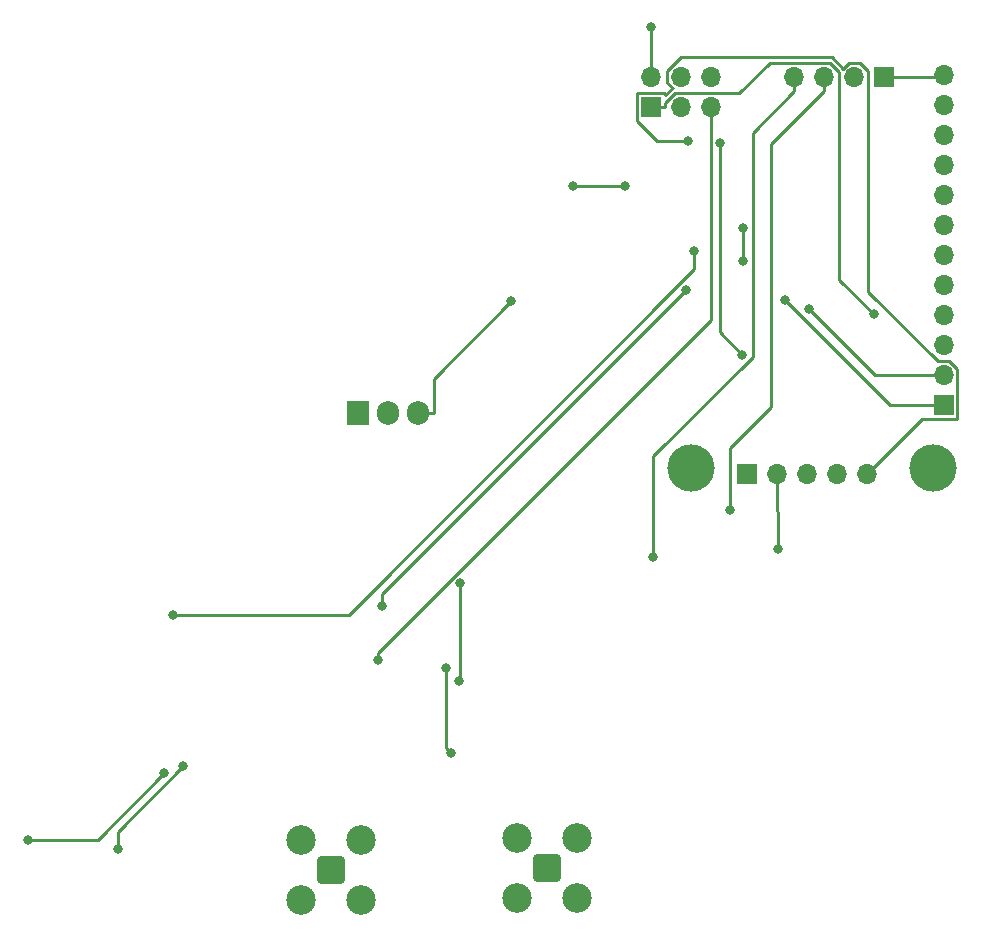
<source format=gbr>
%TF.GenerationSoftware,KiCad,Pcbnew,7.0.9-1.fc39*%
%TF.CreationDate,2023-11-27T20:11:11+01:00*%
%TF.ProjectId,sis5351a GPS controlled time base,73697335-3335-4316-9120-47505320636f,rev?*%
%TF.SameCoordinates,Original*%
%TF.FileFunction,Copper,L2,Bot*%
%TF.FilePolarity,Positive*%
%FSLAX46Y46*%
G04 Gerber Fmt 4.6, Leading zero omitted, Abs format (unit mm)*
G04 Created by KiCad (PCBNEW 7.0.9-1.fc39) date 2023-11-27 20:11:11*
%MOMM*%
%LPD*%
G01*
G04 APERTURE LIST*
G04 Aperture macros list*
%AMRoundRect*
0 Rectangle with rounded corners*
0 $1 Rounding radius*
0 $2 $3 $4 $5 $6 $7 $8 $9 X,Y pos of 4 corners*
0 Add a 4 corners polygon primitive as box body*
4,1,4,$2,$3,$4,$5,$6,$7,$8,$9,$2,$3,0*
0 Add four circle primitives for the rounded corners*
1,1,$1+$1,$2,$3*
1,1,$1+$1,$4,$5*
1,1,$1+$1,$6,$7*
1,1,$1+$1,$8,$9*
0 Add four rect primitives between the rounded corners*
20,1,$1+$1,$2,$3,$4,$5,0*
20,1,$1+$1,$4,$5,$6,$7,0*
20,1,$1+$1,$6,$7,$8,$9,0*
20,1,$1+$1,$8,$9,$2,$3,0*%
G04 Aperture macros list end*
%TA.AperFunction,ComponentPad*%
%ADD10R,1.700000X1.700000*%
%TD*%
%TA.AperFunction,ComponentPad*%
%ADD11O,1.700000X1.700000*%
%TD*%
%TA.AperFunction,ComponentPad*%
%ADD12RoundRect,0.200100X0.949900X0.949900X-0.949900X0.949900X-0.949900X-0.949900X0.949900X-0.949900X0*%
%TD*%
%TA.AperFunction,ComponentPad*%
%ADD13C,2.500000*%
%TD*%
%TA.AperFunction,ComponentPad*%
%ADD14C,4.000000*%
%TD*%
%TA.AperFunction,ComponentPad*%
%ADD15R,1.905000X2.000000*%
%TD*%
%TA.AperFunction,ComponentPad*%
%ADD16O,1.905000X2.000000*%
%TD*%
%TA.AperFunction,ViaPad*%
%ADD17C,0.800000*%
%TD*%
%TA.AperFunction,Conductor*%
%ADD18C,0.250000*%
%TD*%
G04 APERTURE END LIST*
D10*
%TO.P,J2,1,Pin_1*%
%TO.N,+5V*%
X191000000Y-97186500D03*
D11*
%TO.P,J2,2,Pin_2*%
%TO.N,GND*%
X193540000Y-97186500D03*
%TO.P,J2,3,Pin_3*%
%TO.N,GPS_Tx*%
X196080000Y-97186500D03*
%TO.P,J2,4,Pin_4*%
%TO.N,GPS_Rx*%
X198620000Y-97186500D03*
%TO.P,J2,5,Pin_5*%
%TO.N,1PPS*%
X201160000Y-97186500D03*
%TD*%
D12*
%TO.P,J7,1,In*%
%TO.N,Net-(J7-In)*%
X155740000Y-130740000D03*
D13*
%TO.P,J7,2,Ext*%
%TO.N,GND*%
X158280000Y-133280000D03*
X158280000Y-128200000D03*
X153200000Y-133280000D03*
X153200000Y-128200000D03*
%TD*%
D14*
%TO.P,REF\u002A\u002A,6*%
%TO.N,N/C*%
X206700000Y-96700000D03*
%TO.P,REF\u002A\u002A,7*%
X186200000Y-96700000D03*
%TD*%
D15*
%TO.P,U4,1,IN*%
%TO.N,Vin*%
X158060000Y-92030000D03*
D16*
%TO.P,U4,2,GND*%
%TO.N,GND*%
X160600000Y-92030000D03*
%TO.P,U4,3,OUT*%
%TO.N,+5V*%
X163140000Y-92030000D03*
%TD*%
D12*
%TO.P,J6,1,In*%
%TO.N,Net-(J6-In)*%
X174060000Y-130540000D03*
D13*
%TO.P,J6,2,Ext*%
%TO.N,GND*%
X176600000Y-133080000D03*
X176600000Y-128000000D03*
X171520000Y-133080000D03*
X171520000Y-128000000D03*
%TD*%
D10*
%TO.P,J4,1,Pin_1*%
%TO.N,MISO*%
X182860000Y-66140000D03*
D11*
%TO.P,J4,2,Pin_2*%
%TO.N,+5V*%
X182860000Y-63600000D03*
%TO.P,J4,3,Pin_3*%
%TO.N,SCK*%
X185400000Y-66140000D03*
%TO.P,J4,4,Pin_4*%
%TO.N,MOSI*%
X185400000Y-63600000D03*
%TO.P,J4,5,Pin_5*%
%TO.N,Reset*%
X187940000Y-66140000D03*
%TO.P,J4,6,Pin_6*%
%TO.N,GND*%
X187940000Y-63600000D03*
%TD*%
D10*
%TO.P,J5,1,Pin_1*%
%TO.N,FAlarm*%
X207600000Y-91360000D03*
D11*
%TO.P,J5,2,Pin_2*%
%TO.N,Fsel*%
X207600000Y-88820000D03*
%TO.P,J5,3,Pin_3*%
%TO.N,D8*%
X207600000Y-86280000D03*
%TO.P,J5,4,Pin_4*%
%TO.N,D9*%
X207600000Y-83740000D03*
%TO.P,J5,5,Pin_5*%
%TO.N,D10*%
X207600000Y-81200000D03*
%TO.P,J5,6,Pin_6*%
%TO.N,A0*%
X207600000Y-78660000D03*
%TO.P,J5,7,Pin_7*%
%TO.N,A1*%
X207600000Y-76120000D03*
%TO.P,J5,8,Pin_8*%
%TO.N,A2*%
X207600000Y-73580000D03*
%TO.P,J5,9,Pin_9*%
%TO.N,A3*%
X207600000Y-71040000D03*
%TO.P,J5,10,Pin_10*%
%TO.N,Vin*%
X207600000Y-68500000D03*
%TO.P,J5,11,Pin_11*%
%TO.N,+5V*%
X207600000Y-65960000D03*
%TO.P,J5,12,Pin_12*%
%TO.N,GND*%
X207600000Y-63420000D03*
%TD*%
D10*
%TO.P,J3,1,Pin_1*%
%TO.N,GND*%
X202600000Y-63600000D03*
D11*
%TO.P,J3,2,Pin_2*%
%TO.N,+5V*%
X200060000Y-63600000D03*
%TO.P,J3,3,Pin_3*%
%TO.N,SDA5*%
X197520000Y-63600000D03*
%TO.P,J3,4,Pin_4*%
%TO.N,SCL5*%
X194980000Y-63600000D03*
%TD*%
D17*
%TO.N,+3V3*%
X166698200Y-106416000D03*
X166542300Y-114704700D03*
%TO.N,GND*%
X180600000Y-72800000D03*
X176200000Y-72800000D03*
X193600000Y-103600000D03*
%TO.N,+5V*%
X182800000Y-59400000D03*
X170992800Y-82600000D03*
%TO.N,Reset*%
X159717000Y-113000000D03*
%TO.N,1PPS*%
X186000000Y-69000000D03*
X190600000Y-79200000D03*
X190600000Y-76400000D03*
%TO.N,SDA5*%
X189539200Y-100283300D03*
%TO.N,SCL5*%
X183032900Y-104224000D03*
%TO.N,MISO*%
X201680200Y-83708300D03*
%TO.N,SCK*%
X190573500Y-87118500D03*
X188689100Y-69201600D03*
%TO.N,FAlarm*%
X194184400Y-82467800D03*
%TO.N,Fsel*%
X196251200Y-83267800D03*
%TO.N,SCL3*%
X165931400Y-120810300D03*
X165512500Y-113607900D03*
%TO.N,Net-(U5-CBUS0)*%
X130096500Y-128165800D03*
X141606800Y-122574700D03*
%TO.N,Net-(U5-CBUS1)*%
X143248400Y-121981800D03*
X137688700Y-129010200D03*
%TO.N,USB_RXD*%
X160064100Y-108400000D03*
X185791400Y-81629000D03*
%TO.N,USB_TXD*%
X186515900Y-78324500D03*
X142375700Y-109136300D03*
%TD*%
D18*
%TO.N,+3V3*%
X166698200Y-114548800D02*
X166542300Y-114704700D01*
X166698200Y-106416000D02*
X166698200Y-114548800D01*
%TO.N,GND*%
X193600000Y-103600000D02*
X193540000Y-103540000D01*
X176200000Y-72800000D02*
X176400000Y-72800000D01*
X207420000Y-63600000D02*
X207600000Y-63420000D01*
X180600000Y-72800000D02*
X176200000Y-72800000D01*
X202600000Y-63600000D02*
X207420000Y-63600000D01*
X193540000Y-97186500D02*
X193600000Y-103600000D01*
%TO.N,+5V*%
X182860000Y-63600000D02*
X182860000Y-59460000D01*
X163140000Y-92030000D02*
X164419400Y-92030000D01*
X164419400Y-92030000D02*
X164419400Y-89173400D01*
X164419400Y-89173400D02*
X170992800Y-82600000D01*
X182860000Y-59460000D02*
X182800000Y-59400000D01*
%TO.N,Reset*%
X187940000Y-67316900D02*
X187940000Y-84146300D01*
X187940000Y-66140000D02*
X187940000Y-67316900D01*
X187940000Y-84146300D02*
X159717000Y-112369300D01*
X159717000Y-112369300D02*
X159717000Y-113000000D01*
%TO.N,1PPS*%
X198170496Y-61949100D02*
X185389199Y-61949100D01*
X208775000Y-92535000D02*
X208775000Y-88333299D01*
X185389199Y-61949100D02*
X184225000Y-63113299D01*
X186000000Y-69000000D02*
X185800000Y-69000000D01*
X208086701Y-87645000D02*
X207113299Y-87645000D01*
X201235000Y-63113299D02*
X200546701Y-62425000D01*
X200546701Y-62425000D02*
X199573299Y-62425000D01*
X183370000Y-69000000D02*
X186000000Y-69000000D01*
X199573299Y-62425000D02*
X199109847Y-62888451D01*
X184225000Y-64086701D02*
X184655451Y-64517153D01*
X207113299Y-87645000D02*
X201235000Y-81766701D01*
X181685000Y-64965000D02*
X181685000Y-67315000D01*
X184035000Y-64965000D02*
X181685000Y-64965000D01*
X184035000Y-65137604D02*
X184035000Y-64965000D01*
X201160000Y-97186500D02*
X205811500Y-92535000D01*
X181685000Y-67315000D02*
X183370000Y-69000000D01*
X199109847Y-62888451D02*
X198170496Y-61949100D01*
X190600000Y-76400000D02*
X190600000Y-79200000D01*
X184655451Y-64517153D02*
X184035000Y-65137604D01*
X184225000Y-63113299D02*
X184225000Y-64086701D01*
X201235000Y-81766701D02*
X201235000Y-63113299D01*
X205811500Y-92535000D02*
X208775000Y-92535000D01*
X208775000Y-88333299D02*
X208086701Y-87645000D01*
%TO.N,SDA5*%
X189539200Y-95000600D02*
X189539200Y-100283300D01*
X193016300Y-69280600D02*
X193016300Y-91523500D01*
X197520000Y-63600000D02*
X197520000Y-64776900D01*
X197520000Y-64776900D02*
X193016300Y-69280600D01*
X193016300Y-91523500D02*
X189539200Y-95000600D01*
%TO.N,SCL5*%
X183032900Y-95687100D02*
X191449600Y-87270400D01*
X191449600Y-68307300D02*
X194980000Y-64776900D01*
X194980000Y-63600000D02*
X194980000Y-64776900D01*
X183032900Y-104224000D02*
X183032900Y-95687100D01*
X191449600Y-87270400D02*
X191449600Y-68307300D01*
%TO.N,MISO*%
X184845900Y-64963100D02*
X190305300Y-64963100D01*
X197984100Y-62399100D02*
X198790000Y-63205000D01*
X192869300Y-62399100D02*
X197984100Y-62399100D01*
X182860000Y-66140000D02*
X184036900Y-66140000D01*
X184036900Y-66140000D02*
X184036900Y-65772100D01*
X190305300Y-64963100D02*
X192869300Y-62399100D01*
X198790000Y-63205000D02*
X198790000Y-80818100D01*
X198790000Y-80818100D02*
X201680200Y-83708300D01*
X184036900Y-65772100D02*
X184845900Y-64963100D01*
%TO.N,SCK*%
X190573500Y-87118500D02*
X188689100Y-85234100D01*
X188689100Y-85234100D02*
X188689100Y-69201600D01*
%TO.N,FAlarm*%
X203076600Y-91360000D02*
X194184400Y-82467800D01*
X207600000Y-91360000D02*
X203076600Y-91360000D01*
%TO.N,Fsel*%
X207600000Y-88820000D02*
X206423100Y-88820000D01*
X201803400Y-88820000D02*
X206423100Y-88820000D01*
X196251200Y-83267800D02*
X201803400Y-88820000D01*
%TO.N,SCL3*%
X165931400Y-120810300D02*
X165512500Y-120391400D01*
X165512500Y-120391400D02*
X165512500Y-113607900D01*
%TO.N,Net-(U5-CBUS0)*%
X130096500Y-128165800D02*
X136015700Y-128165800D01*
X136015700Y-128165800D02*
X141606800Y-122574700D01*
%TO.N,Net-(U5-CBUS1)*%
X137688700Y-129010200D02*
X137688700Y-127541500D01*
X137688700Y-127541500D02*
X143248400Y-121981800D01*
%TO.N,USB_RXD*%
X160064100Y-107356300D02*
X160064100Y-108400000D01*
X185791400Y-81629000D02*
X160064100Y-107356300D01*
%TO.N,USB_TXD*%
X186515900Y-79876600D02*
X157256300Y-109136200D01*
X157256300Y-109136300D02*
X142375700Y-109136300D01*
X186515900Y-78324500D02*
X186515900Y-79876600D01*
X157256300Y-109136200D02*
X157256300Y-109136300D01*
%TD*%
M02*

</source>
